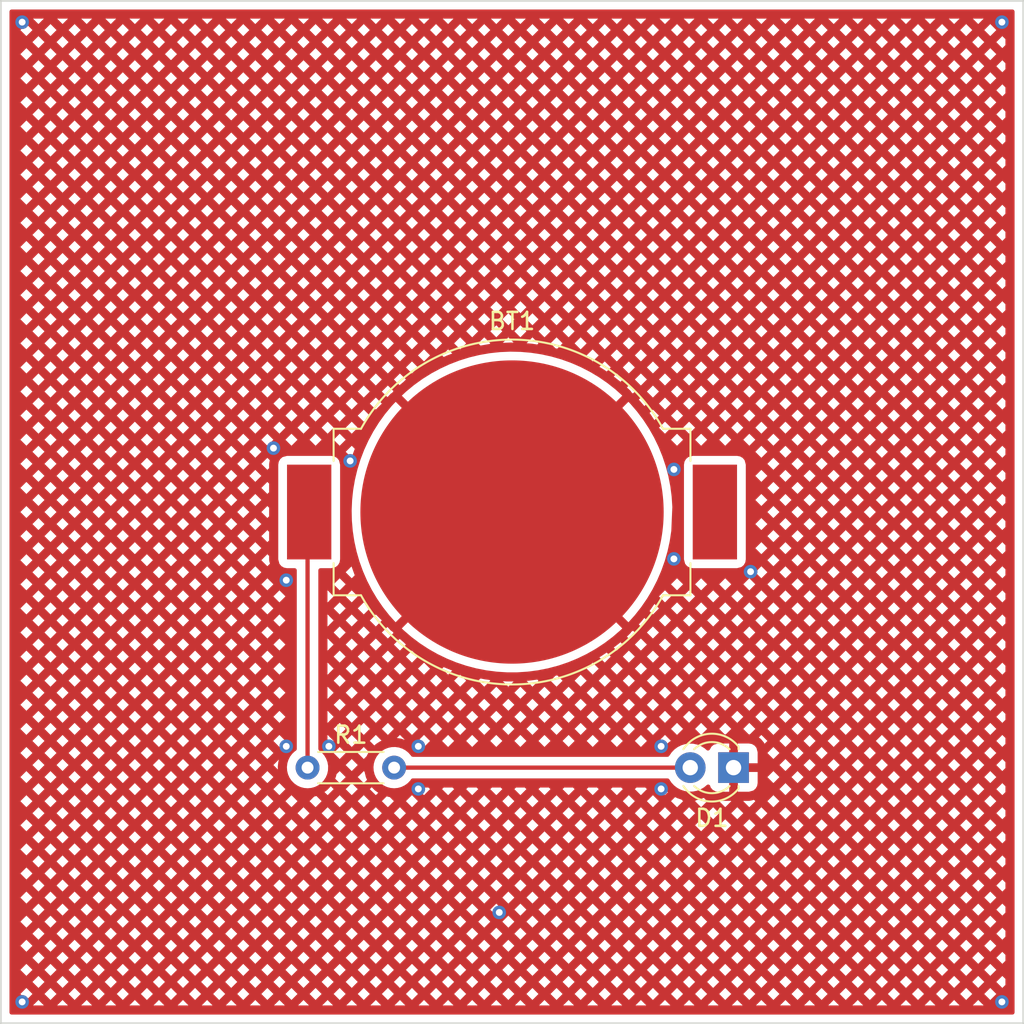
<source format=kicad_pcb>
(kicad_pcb (version 20190907) (host pcbnew "(5.99.0-388-g93a17f929)")
  (layers (0 "F.Cu" signal) (31 "B.Cu" signal) (34 "B.Paste" user) (35 "F.Paste" user) (36 "B.SilkS" user) (37 "F.SilkS" user) (38 "B.Mask" user) (39 "F.Mask" user) (44 "Edge.Cuts" user))
  (net 0 "")
  (net 1 "Net-(D1-Pad2)")
  (net 2 "Net-(BT1-Pad1)")
  (net 3 "GND")
  (module "Battery:BatteryHolder_MPD_BC2003_1x2032" (layer "F.Cu") (at 150 100)
    (fp_text reference "BT1" (at 0 -11.2) (layer "F.SilkS"))
    (fp_text value "Battery_Cell")
    (fp_line (start -10.47 -4.885) (end -8.86291 -4.885) (layer "F.SilkS") (width 0.12))
    (fp_line (start -10.47 -3) (end -10.47 -4.885) (layer "F.SilkS") (width 0.12))
    (fp_line (start 10.47 -3) (end 10.47 -4.885) (layer "F.SilkS") (width 0.12))
    (fp_line (start -10.47 3) (end -10.47 4.885) (layer "F.SilkS") (width 0.12))
    (fp_line (start 10.47 3) (end 10.47 4.885) (layer "F.SilkS") (width 0.12))
    (fp_line (start 10.47 -4.885) (end 8.86291 -4.885) (layer "F.SilkS") (width 0.12))
    (fp_line (start -10.47 4.885) (end -8.86291 4.885) (layer "F.SilkS") (width 0.12))
    (fp_line (start 10.47 4.885) (end 8.86291 4.885) (layer "F.SilkS") (width 0.12))
    (fp_arc (start 0 0) (end 8.86291 -4.885) (angle -122.2752329) (layer "F.SilkS") (width 0.12))
    (fp_arc (start 0 0) (end -8.86291 4.885) (angle -122.3) (layer "F.SilkS") (width 0.12))
    (pad "1" smd rect (at -11.905 0) (size 2.6 5.56) (layers "F.Cu" "F.Paste" "F.Mask") (net 2 "Net-(BT1-Pad1)"))
    (pad "1" smd rect (at 11.905 0) (size 2.6 5.56) (layers "F.Cu" "F.Paste" "F.Mask") (net 2 "Net-(BT1-Pad1)"))
    (pad "2" smd circle (at 0 0) (size 17.8 17.8) (layers "F.Cu" "F.Mask") (net 3 "GND"))
  )
  (module "LED_THT:LED_D3.0mm" (layer "F.Cu") (at 163 115 180)
    (fp_text reference "D1" (at 1.27 -2.96) (layer "F.SilkS"))
    (fp_text value "LED")
    (fp_arc (start 1.27 0) (end -0.29 -1.235516) (angle 108.8) (layer "F.SilkS") (width 0.12))
    (fp_arc (start 1.27 0) (end -0.29 1.235516) (angle -108.8) (layer "F.SilkS") (width 0.12))
    (fp_arc (start 1.27 0) (end 0.229039 -1.08) (angle 87.9) (layer "F.SilkS") (width 0.12))
    (fp_arc (start 1.27 0) (end 0.229039 1.08) (angle -87.9) (layer "F.SilkS") (width 0.12))
    (fp_line (start -0.29 -1.236) (end -0.29 -1.08) (layer "F.SilkS") (width 0.12))
    (fp_line (start -0.29 1.08) (end -0.29 1.236) (layer "F.SilkS") (width 0.12))
    (pad "2" thru_hole circle (at 2.54 0 180) (size 1.8 1.8) (drill 0.9) (layers *.Cu *.Mask) (net 1 "Net-(D1-Pad2)"))
    (pad "1" thru_hole rect (at 0 0 180) (size 1.8 1.8) (drill 0.9) (layers *.Cu *.Mask) (net 3 "GND"))
  )
  (module "Resistor_THT:R_Axial_DIN0204_L3.6mm_D1.6mm_P5.08mm_Horizontal" (layer "F.Cu") (at 138 115)
    (fp_text reference "R1" (at 2.54 -1.92) (layer "F.SilkS"))
    (fp_text value "R")
    (fp_line (start 0.62 -0.92) (end 4.46 -0.92) (layer "F.SilkS") (width 0.12))
    (fp_line (start 0.62 0.92) (end 4.46 0.92) (layer "F.SilkS") (width 0.12))
    (pad "2" thru_hole oval (at 5.08 0) (size 1.4 1.4) (drill 0.7) (layers *.Cu *.Mask) (net 1 "Net-(D1-Pad2)"))
    (pad "1" thru_hole circle (at 0 0) (size 1.4 1.4) (drill 0.7) (layers *.Cu *.Mask) (net 2 "Net-(BT1-Pad1)"))
  )
  (gr_line (start 180 130) (end 120 130) (layer "Edge.Cuts") (width 0.1))
  (gr_line (start 180 70) (end 180 130) (layer "Edge.Cuts") (width 0.1))
  (gr_line (start 120 70) (end 180 70) (layer "Edge.Cuts") (width 0.1))
  (gr_line (start 120 130) (end 120 70) (layer "Edge.Cuts") (width 0.1))
  (via (at 178.75 128.75) (size 0.8) (drill 0.4) (layers "F.Cu" "B.Cu") (net 3))
  (via (at 121.25 128.75) (size 0.8) (drill 0.4) (layers "F.Cu" "B.Cu") (net 3))
  (via (at 158.75 113.75) (size 0.8) (drill 0.4) (layers "F.Cu" "B.Cu") (net 3))
  (via (at 136 96.25) (size 0.8) (drill 0.4) (layers "F.Cu" "B.Cu") (net 3))
  (via (at 178.75 71.25) (size 0.8) (drill 0.4) (layers "F.Cu" "B.Cu") (net 3))
  (via (at 149.25 123.5) (size 0.8) (drill 0.4) (layers "F.Cu" "B.Cu") (net 3))
  (via (at 164 103.5) (size 0.8) (drill 0.4) (layers "F.Cu" "B.Cu") (net 3))
  (via (at 159.5 97.5) (size 0.8) (drill 0.4) (layers "F.Cu" "B.Cu") (net 3))
  (via (at 159.5 102.75) (size 0.8) (drill 0.4) (layers "F.Cu" "B.Cu") (net 3))
  (via (at 140.5 97) (size 0.8) (drill 0.4) (layers "F.Cu" "B.Cu") (net 3))
  (via (at 136.75 104) (size 0.8) (drill 0.4) (layers "F.Cu" "B.Cu") (net 3))
  (via (at 136.75 113.75) (size 0.8) (drill 0.4) (layers "F.Cu" "B.Cu") (net 3))
  (via (at 139.25 113.75) (size 0.8) (drill 0.4) (layers "F.Cu" "B.Cu") (net 3))
  (via (at 144.5 113.75) (size 0.8) (drill 0.4) (layers "F.Cu" "B.Cu") (net 3))
  (via (at 144.5 116.25) (size 0.8) (drill 0.4) (layers "F.Cu" "B.Cu") (net 3))
  (via (at 158.75 116.25) (size 0.8) (drill 0.4) (layers "F.Cu" "B.Cu") (net 3))
  (via (at 121.25 71.25) (size 0.8) (drill 0.4) (layers "F.Cu" "B.Cu") (net 3))
  (segment (start 138 115) (end 138 100.095) (width 0.25) (layer "F.Cu") (net 2))
  (segment (start 138 100.095) (end 138.095 100) (width 0.25) (layer "F.Cu") (net 2))
  (segment (start 160.46 115) (end 143.08 115) (width 0.25) (layer "F.Cu") (net 1))
  (zone (net 3) (net_name "GND") (layer "F.Cu") (connect_pads (clearance 0.508)) (min_thickness 0.254) (fill yes (mode hatch) (thermal_gap 0.508) (thermal_bridge_width 0.508) (hatch_thickness 0.5) (hatch_gap 0.5) (hatch_orientation 45))
    (polygon (pts (xy 180 130) (xy 120 130) (xy 120 70) (xy 180 70)))
  )
)
</source>
